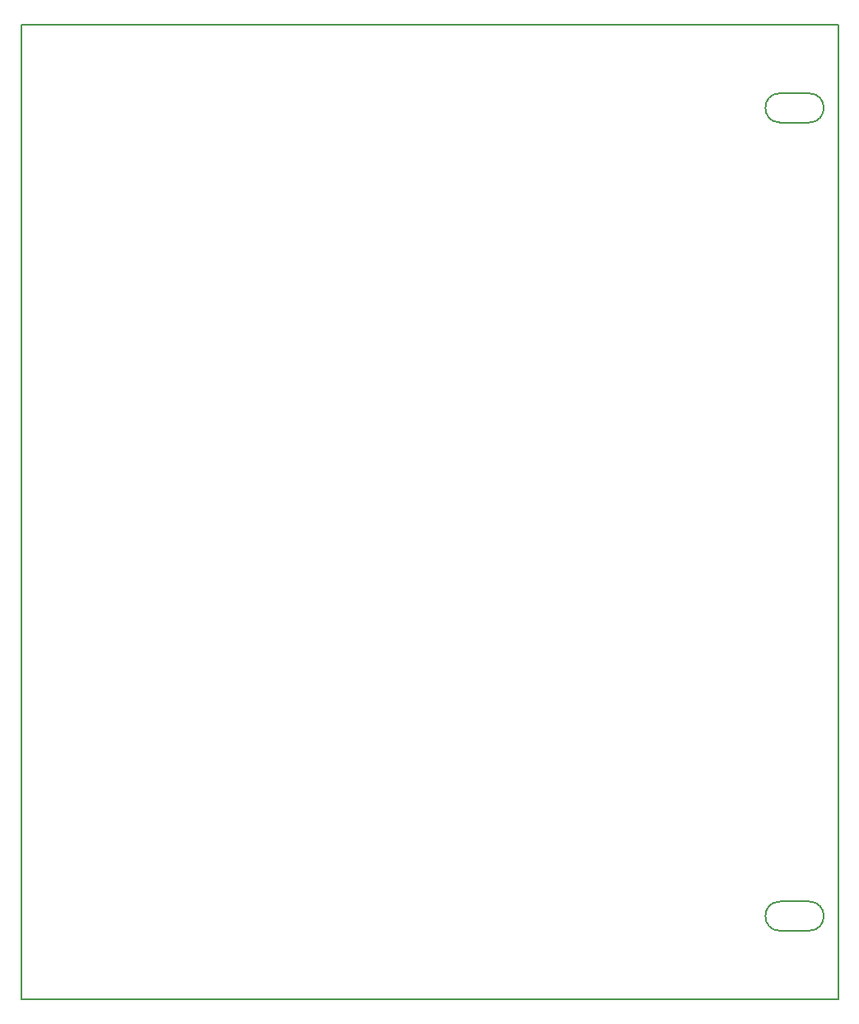
<source format=gbr>
G04 #@! TF.GenerationSoftware,KiCad,Pcbnew,(5.1.2)-1*
G04 #@! TF.CreationDate,2019-12-09T15:06:57+03:00*
G04 #@! TF.ProjectId,DAC_board,4441435f-626f-4617-9264-2e6b69636164,rev?*
G04 #@! TF.SameCoordinates,Original*
G04 #@! TF.FileFunction,Profile,NP*
%FSLAX46Y46*%
G04 Gerber Fmt 4.6, Leading zero omitted, Abs format (unit mm)*
G04 Created by KiCad (PCBNEW (5.1.2)-1) date 2019-12-09 15:06:57*
%MOMM*%
%LPD*%
G04 APERTURE LIST*
%ADD10C,0.150000*%
G04 APERTURE END LIST*
D10*
X193000000Y-55000000D02*
G75*
G02X193000000Y-52000000I0J1500000D01*
G01*
X196000000Y-52000000D02*
G75*
G02X196000000Y-55000000I0J-1500000D01*
G01*
X196000000Y-52000000D02*
X193000000Y-52000000D01*
X196000000Y-55000000D02*
X193000000Y-55000000D01*
X193000000Y-138000000D02*
G75*
G02X193000000Y-135000000I0J1500000D01*
G01*
X196000000Y-138000000D02*
X193000000Y-138000000D01*
X196000000Y-135000000D02*
X193000000Y-135000000D01*
X196000000Y-135000000D02*
G75*
G02X196000000Y-138000000I0J-1500000D01*
G01*
X115000000Y-145000000D02*
X199000000Y-145000000D01*
X115000000Y-45000000D02*
X115000000Y-145000000D01*
X199000000Y-45000000D02*
X115000000Y-45000000D01*
X199000000Y-145000000D02*
X199000000Y-45000000D01*
M02*

</source>
